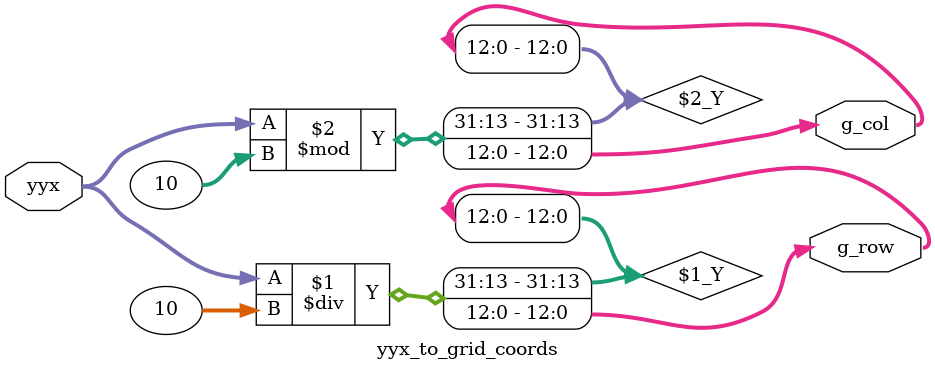
<source format=v>
`timescale 1ns / 1ps


module yyx_to_grid_coords(input [12:0] yyx, output [12:0] g_row, g_col);
    assign g_row = yyx / 10;
    assign g_col = yyx % 10;
endmodule

</source>
